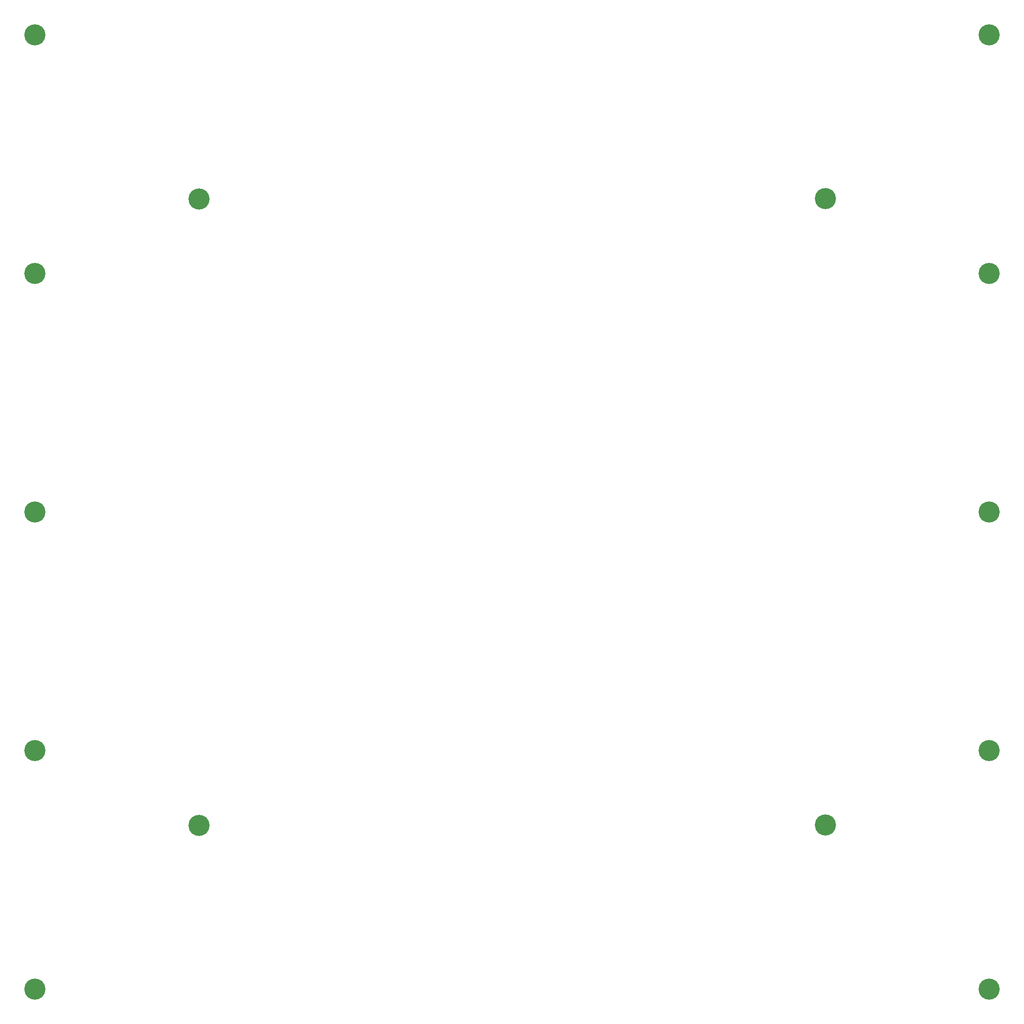
<source format=gts>
G04*
G04 #@! TF.GenerationSoftware,Altium Limited,Altium Designer,25.7.1 (20)*
G04*
G04 Layer_Color=8388736*
%FSLAX44Y44*%
%MOMM*%
G71*
G04*
G04 #@! TF.SameCoordinates,4ED686BE-EAE9-4F8A-9F21-0B2D34900B11*
G04*
G04*
G04 #@! TF.FilePolarity,Negative*
G04*
G01*
G75*
%ADD10C,4.2032*%
D10*
X-623162Y623206D02*
D03*
Y-623794D02*
D03*
X623500Y-623500D02*
D03*
X950000Y-475000D02*
D03*
X-950000D02*
D03*
X623500Y623500D02*
D03*
X-950000Y475000D02*
D03*
X950000D02*
D03*
Y0D02*
D03*
X-950000D02*
D03*
Y-950000D02*
D03*
X950000D02*
D03*
Y950000D02*
D03*
X-950000D02*
D03*
M02*

</source>
